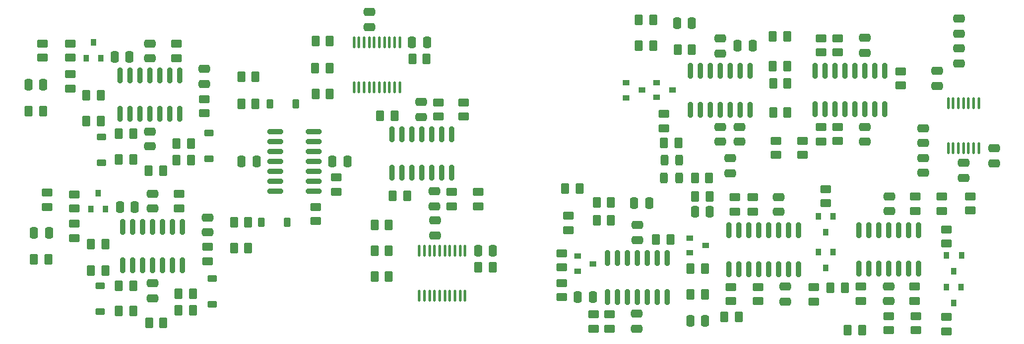
<source format=gbr>
%TF.GenerationSoftware,KiCad,Pcbnew,8.0.3*%
%TF.CreationDate,2024-07-17T18:03:28-06:00*%
%TF.ProjectId,VoiceBoardR4,566f6963-6542-46f6-9172-6452342e6b69,rev?*%
%TF.SameCoordinates,Original*%
%TF.FileFunction,Paste,Top*%
%TF.FilePolarity,Positive*%
%FSLAX46Y46*%
G04 Gerber Fmt 4.6, Leading zero omitted, Abs format (unit mm)*
G04 Created by KiCad (PCBNEW 8.0.3) date 2024-07-17 18:03:28*
%MOMM*%
%LPD*%
G01*
G04 APERTURE LIST*
G04 Aperture macros list*
%AMRoundRect*
0 Rectangle with rounded corners*
0 $1 Rounding radius*
0 $2 $3 $4 $5 $6 $7 $8 $9 X,Y pos of 4 corners*
0 Add a 4 corners polygon primitive as box body*
4,1,4,$2,$3,$4,$5,$6,$7,$8,$9,$2,$3,0*
0 Add four circle primitives for the rounded corners*
1,1,$1+$1,$2,$3*
1,1,$1+$1,$4,$5*
1,1,$1+$1,$6,$7*
1,1,$1+$1,$8,$9*
0 Add four rect primitives between the rounded corners*
20,1,$1+$1,$2,$3,$4,$5,0*
20,1,$1+$1,$4,$5,$6,$7,0*
20,1,$1+$1,$6,$7,$8,$9,0*
20,1,$1+$1,$8,$9,$2,$3,0*%
G04 Aperture macros list end*
%ADD10RoundRect,0.250000X0.450000X-0.262500X0.450000X0.262500X-0.450000X0.262500X-0.450000X-0.262500X0*%
%ADD11RoundRect,0.250000X-0.250000X-0.475000X0.250000X-0.475000X0.250000X0.475000X-0.250000X0.475000X0*%
%ADD12RoundRect,0.250000X0.475000X-0.250000X0.475000X0.250000X-0.475000X0.250000X-0.475000X-0.250000X0*%
%ADD13RoundRect,0.250000X-0.475000X0.250000X-0.475000X-0.250000X0.475000X-0.250000X0.475000X0.250000X0*%
%ADD14RoundRect,0.250000X-0.262500X-0.450000X0.262500X-0.450000X0.262500X0.450000X-0.262500X0.450000X0*%
%ADD15RoundRect,0.100000X0.100000X-0.637500X0.100000X0.637500X-0.100000X0.637500X-0.100000X-0.637500X0*%
%ADD16RoundRect,0.250000X0.262500X0.450000X-0.262500X0.450000X-0.262500X-0.450000X0.262500X-0.450000X0*%
%ADD17RoundRect,0.150000X0.150000X-0.825000X0.150000X0.825000X-0.150000X0.825000X-0.150000X-0.825000X0*%
%ADD18RoundRect,0.250000X-0.450000X0.262500X-0.450000X-0.262500X0.450000X-0.262500X0.450000X0.262500X0*%
%ADD19R,0.900000X0.800000*%
%ADD20RoundRect,0.225000X0.375000X-0.225000X0.375000X0.225000X-0.375000X0.225000X-0.375000X-0.225000X0*%
%ADD21RoundRect,0.150000X-0.150000X0.825000X-0.150000X-0.825000X0.150000X-0.825000X0.150000X0.825000X0*%
%ADD22R,0.800000X0.900000*%
%ADD23RoundRect,0.100000X-0.100000X0.637500X-0.100000X-0.637500X0.100000X-0.637500X0.100000X0.637500X0*%
%ADD24RoundRect,0.150000X-0.825000X-0.150000X0.825000X-0.150000X0.825000X0.150000X-0.825000X0.150000X0*%
%ADD25RoundRect,0.250000X0.250000X0.475000X-0.250000X0.475000X-0.250000X-0.475000X0.250000X-0.475000X0*%
%ADD26RoundRect,0.243750X0.243750X0.456250X-0.243750X0.456250X-0.243750X-0.456250X0.243750X-0.456250X0*%
%ADD27RoundRect,0.243750X-0.243750X-0.456250X0.243750X-0.456250X0.243750X0.456250X-0.243750X0.456250X0*%
%ADD28RoundRect,0.225000X-0.225000X-0.375000X0.225000X-0.375000X0.225000X0.375000X-0.225000X0.375000X0*%
G04 APERTURE END LIST*
D10*
%TO.C,R207*%
X8952500Y-12427500D03*
X8952500Y-10602500D03*
%TD*%
D11*
%TO.C,C406*%
X88720000Y-28255000D03*
X90620000Y-28255000D03*
%TD*%
D12*
%TO.C,C409*%
X99455000Y-28254999D03*
X99455000Y-26355001D03*
%TD*%
D10*
%TO.C,R215*%
X9537500Y-27802500D03*
X9537500Y-25977500D03*
%TD*%
D13*
%TO.C,C216*%
X53817500Y-14200001D03*
X53817500Y-16099999D03*
%TD*%
D14*
%TO.C,R217*%
X19055000Y-42425000D03*
X20880000Y-42425000D03*
%TD*%
D15*
%TO.C,U205*%
X53550000Y-38937500D03*
X54200000Y-38937500D03*
X54850000Y-38937500D03*
X55500000Y-38937500D03*
X56150000Y-38937500D03*
X56800000Y-38937500D03*
X57450000Y-38937500D03*
X58100000Y-38937500D03*
X58750000Y-38937500D03*
X59400000Y-38937500D03*
X59400000Y-33212500D03*
X58750000Y-33212500D03*
X58100000Y-33212500D03*
X57450000Y-33212500D03*
X56800000Y-33212500D03*
X56150000Y-33212500D03*
X55500000Y-33212500D03*
X54850000Y-33212500D03*
X54200000Y-33212500D03*
X53550000Y-33212500D03*
%TD*%
D16*
%TO.C,R304*%
X83412500Y-3640000D03*
X81587500Y-3640000D03*
%TD*%
D17*
%TO.C,U303*%
X104045000Y-15115000D03*
X105315000Y-15115000D03*
X106585000Y-15115000D03*
X107855000Y-15115000D03*
X109125000Y-15115000D03*
X110395000Y-15115000D03*
X111665000Y-15115000D03*
X112935000Y-15115000D03*
X112935000Y-10165000D03*
X111665000Y-10165000D03*
X110395000Y-10165000D03*
X109125000Y-10165000D03*
X107855000Y-10165000D03*
X106585000Y-10165000D03*
X105315000Y-10165000D03*
X104045000Y-10165000D03*
%TD*%
D18*
%TO.C,R241*%
X59195000Y-14237500D03*
X59195000Y-16062500D03*
%TD*%
D13*
%TO.C,C218*%
X55515000Y-29345001D03*
X55515000Y-31244999D03*
%TD*%
D12*
%TO.C,C407*%
X113530001Y-28129999D03*
X113530001Y-26230001D03*
%TD*%
D18*
%TO.C,R213*%
X5997500Y-25767500D03*
X5997500Y-27592500D03*
%TD*%
%TO.C,R408*%
X72570000Y-28762500D03*
X72570000Y-30587500D03*
%TD*%
D11*
%TO.C,C405*%
X73797500Y-39145000D03*
X75697500Y-39145000D03*
%TD*%
D16*
%TO.C,R226*%
X32652500Y-10922501D03*
X30827500Y-10922501D03*
%TD*%
D11*
%TO.C,C306*%
X94190001Y-7000000D03*
X96089999Y-7000000D03*
%TD*%
D19*
%TO.C,Q406*%
X88090000Y-31600000D03*
X88090000Y-33500000D03*
X90090000Y-32550000D03*
%TD*%
D13*
%TO.C,C309*%
X91925000Y-17380001D03*
X91925000Y-19279999D03*
%TD*%
D16*
%TO.C,R210*%
X17032500Y-18210000D03*
X15207500Y-18210000D03*
%TD*%
D13*
%TO.C,C212*%
X19490000Y-25895001D03*
X19490000Y-27794999D03*
%TD*%
D18*
%TO.C,R401*%
X77795001Y-41342500D03*
X77795001Y-43167500D03*
%TD*%
D19*
%TO.C,Q301*%
X83840000Y-11700000D03*
X83840000Y-13600000D03*
X85840000Y-12650000D03*
%TD*%
D10*
%TO.C,R406*%
X93865000Y-28212500D03*
X93865000Y-26387500D03*
%TD*%
D12*
%TO.C,C311*%
X110390000Y-7859999D03*
X110390000Y-5960001D03*
%TD*%
D13*
%TO.C,C217*%
X47165000Y-2660001D03*
X47165000Y-4559999D03*
%TD*%
D14*
%TO.C,R301*%
X86507500Y-7440000D03*
X88332500Y-7440000D03*
%TD*%
D10*
%TO.C,R209*%
X26065000Y-15642500D03*
X26065000Y-13817500D03*
%TD*%
D20*
%TO.C,D202*%
X12950000Y-21950000D03*
X12950000Y-18650000D03*
%TD*%
D16*
%TO.C,R230*%
X42092500Y-9855000D03*
X40267500Y-9855000D03*
%TD*%
D14*
%TO.C,R212*%
X4375000Y-34290000D03*
X6200000Y-34290000D03*
%TD*%
D16*
%TO.C,R238*%
X49650000Y-33200000D03*
X47825000Y-33200000D03*
%TD*%
D14*
%TO.C,R202*%
X22577500Y-19485000D03*
X24402500Y-19485000D03*
%TD*%
D12*
%TO.C,C308*%
X91935000Y-7939999D03*
X91935000Y-6040001D03*
%TD*%
D16*
%TO.C,R308*%
X100512500Y-9600000D03*
X98687500Y-9600000D03*
%TD*%
D11*
%TO.C,C211*%
X61055001Y-33225000D03*
X62954999Y-33225000D03*
%TD*%
D10*
%TO.C,R220*%
X57675000Y-27507500D03*
X57675000Y-25682500D03*
%TD*%
D11*
%TO.C,C214*%
X52615000Y-6530000D03*
X54515000Y-6530000D03*
%TD*%
D14*
%TO.C,R201*%
X18987500Y-23000000D03*
X20812500Y-23000000D03*
%TD*%
D12*
%TO.C,C213*%
X19490000Y-39264999D03*
X19490000Y-37365001D03*
%TD*%
D21*
%TO.C,U202*%
X23300000Y-30140000D03*
X22030000Y-30140000D03*
X20760000Y-30140000D03*
X19490000Y-30140000D03*
X18220000Y-30140000D03*
X16950000Y-30140000D03*
X15680000Y-30140000D03*
X15680000Y-35090000D03*
X16950000Y-35090000D03*
X18220000Y-35090000D03*
X19490000Y-35090000D03*
X20760000Y-35090000D03*
X22030000Y-35090000D03*
X23300000Y-35090000D03*
%TD*%
D10*
%TO.C,R204*%
X8952500Y-8527500D03*
X8952500Y-6702500D03*
%TD*%
D14*
%TO.C,R218*%
X22815000Y-38755000D03*
X24640000Y-38755000D03*
%TD*%
D10*
%TO.C,R411*%
X123870000Y-28072500D03*
X123870000Y-26247500D03*
%TD*%
D13*
%TO.C,C404*%
X81330000Y-41285001D03*
X81330000Y-43184999D03*
%TD*%
D11*
%TO.C,C301*%
X86440000Y-4090000D03*
X88340000Y-4090000D03*
%TD*%
D22*
%TO.C,Q403*%
X106370000Y-33420000D03*
X104470000Y-33420000D03*
X105420000Y-35420000D03*
%TD*%
D12*
%TO.C,C207*%
X19115000Y-19829999D03*
X19115000Y-17930001D03*
%TD*%
D16*
%TO.C,R424*%
X90002500Y-35500000D03*
X88177500Y-35500000D03*
%TD*%
D14*
%TO.C,R214*%
X11635000Y-32360000D03*
X13460000Y-32360000D03*
%TD*%
D17*
%TO.C,U204*%
X50025000Y-23225000D03*
X51295000Y-23225000D03*
X52565000Y-23225000D03*
X53835000Y-23225000D03*
X55105000Y-23225000D03*
X56375000Y-23225000D03*
X57645000Y-23225000D03*
X57645000Y-18275000D03*
X56375000Y-18275000D03*
X55105000Y-18275000D03*
X53835000Y-18275000D03*
X52565000Y-18275000D03*
X51295000Y-18275000D03*
X50025000Y-18275000D03*
%TD*%
D10*
%TO.C,R409*%
X116890001Y-28092500D03*
X116890001Y-26267500D03*
%TD*%
D13*
%TO.C,C310*%
X110390000Y-17340001D03*
X110390000Y-19239999D03*
%TD*%
D14*
%TO.C,R311*%
X98677500Y-5800000D03*
X100502500Y-5800000D03*
%TD*%
D13*
%TO.C,C408*%
X113450000Y-37760001D03*
X113450000Y-39659999D03*
%TD*%
D11*
%TO.C,C202*%
X3630000Y-11965000D03*
X5530000Y-11965000D03*
%TD*%
D20*
%TO.C,D204*%
X27077500Y-40102500D03*
X27077500Y-36802500D03*
%TD*%
D13*
%TO.C,C305*%
X94460000Y-17370001D03*
X94460000Y-19269999D03*
%TD*%
D14*
%TO.C,R221*%
X15175000Y-40955000D03*
X17000000Y-40955000D03*
%TD*%
D18*
%TO.C,R403*%
X71722500Y-37332500D03*
X71722500Y-39157500D03*
%TD*%
D16*
%TO.C,R235*%
X24402500Y-21585000D03*
X22577500Y-21585000D03*
%TD*%
%TO.C,R232*%
X51972500Y-26170000D03*
X50147500Y-26170000D03*
%TD*%
D18*
%TO.C,R246*%
X40275000Y-27587500D03*
X40275000Y-29412500D03*
%TD*%
D14*
%TO.C,R205*%
X3667500Y-15365000D03*
X5492500Y-15365000D03*
%TD*%
D23*
%TO.C,U302*%
X124970000Y-14357500D03*
X124320000Y-14357500D03*
X123670000Y-14357500D03*
X123020000Y-14357500D03*
X122370000Y-14357500D03*
X121720000Y-14357500D03*
X121070000Y-14357500D03*
X121070000Y-20082500D03*
X121720000Y-20082500D03*
X122370000Y-20082500D03*
X123020000Y-20082500D03*
X123670000Y-20082500D03*
X124320000Y-20082500D03*
X124970000Y-20082500D03*
%TD*%
D16*
%TO.C,R244*%
X62907500Y-35345000D03*
X61082500Y-35345000D03*
%TD*%
D20*
%TO.C,D201*%
X26700000Y-21472500D03*
X26700000Y-18172500D03*
%TD*%
D10*
%TO.C,R314*%
X104820000Y-19212500D03*
X104820000Y-17387500D03*
%TD*%
D24*
%TO.C,U206*%
X35127500Y-17932501D03*
X35127500Y-19202501D03*
X35127500Y-20472501D03*
X35127500Y-21742501D03*
X35127500Y-23012501D03*
X35127500Y-24282501D03*
X35127500Y-25552501D03*
X40077500Y-25552501D03*
X40077500Y-24282501D03*
X40077500Y-23012501D03*
X40077500Y-21742501D03*
X40077500Y-20472501D03*
X40077500Y-19202501D03*
X40077500Y-17932501D03*
%TD*%
D12*
%TO.C,C215*%
X55475000Y-27524999D03*
X55475000Y-25625001D03*
%TD*%
D13*
%TO.C,C302*%
X117860000Y-21320001D03*
X117860000Y-23219999D03*
%TD*%
D14*
%TO.C,R420*%
X108227500Y-43400000D03*
X110052500Y-43400000D03*
%TD*%
D12*
%TO.C,C403*%
X81340000Y-31844999D03*
X81340000Y-29945001D03*
%TD*%
D16*
%TO.C,R312*%
X100522500Y-11790000D03*
X98697500Y-11790000D03*
%TD*%
D18*
%TO.C,R227*%
X22897500Y-25937500D03*
X22897500Y-27762500D03*
%TD*%
D16*
%TO.C,R237*%
X49650000Y-36500000D03*
X47825000Y-36500000D03*
%TD*%
%TO.C,R422*%
X90002500Y-38825000D03*
X88177500Y-38825000D03*
%TD*%
%TO.C,R303*%
X83412500Y-6970000D03*
X81587500Y-6970000D03*
%TD*%
D17*
%TO.C,U402*%
X93100000Y-35550000D03*
X94370000Y-35550000D03*
X95640000Y-35550000D03*
X96910000Y-35550000D03*
X98180000Y-35550000D03*
X99450000Y-35550000D03*
X100720000Y-35550000D03*
X101990000Y-35550000D03*
X101990000Y-30600000D03*
X100720000Y-30600000D03*
X99450000Y-30600000D03*
X98180000Y-30600000D03*
X96910000Y-30600000D03*
X95640000Y-30600000D03*
X94370000Y-30600000D03*
X93100000Y-30600000D03*
%TD*%
D25*
%TO.C,C210*%
X44362499Y-21742501D03*
X42462501Y-21742501D03*
%TD*%
D13*
%TO.C,C303*%
X117860000Y-17540001D03*
X117860000Y-19439999D03*
%TD*%
D14*
%TO.C,R421*%
X83752500Y-31775000D03*
X85577500Y-31775000D03*
%TD*%
D10*
%TO.C,R307*%
X102470000Y-20962500D03*
X102470000Y-19137500D03*
%TD*%
D13*
%TO.C,C203*%
X26090000Y-9955001D03*
X26090000Y-11854999D03*
%TD*%
D16*
%TO.C,R211*%
X17032500Y-21550000D03*
X15207500Y-21550000D03*
%TD*%
D18*
%TO.C,R234*%
X22540000Y-6717500D03*
X22540000Y-8542500D03*
%TD*%
D16*
%TO.C,R233*%
X50387500Y-15940000D03*
X48562500Y-15940000D03*
%TD*%
D13*
%TO.C,C307*%
X93230000Y-21380001D03*
X93230000Y-23279999D03*
%TD*%
D25*
%TO.C,C209*%
X17199999Y-27655000D03*
X15300001Y-27655000D03*
%TD*%
D16*
%TO.C,R222*%
X17000000Y-37675000D03*
X15175000Y-37675000D03*
%TD*%
D10*
%TO.C,R426*%
X93360000Y-39672500D03*
X93360000Y-37847500D03*
%TD*%
D14*
%TO.C,R203*%
X11047500Y-13280000D03*
X12872500Y-13280000D03*
%TD*%
%TO.C,R423*%
X76182500Y-27000000D03*
X78007500Y-27000000D03*
%TD*%
D10*
%TO.C,R231*%
X61075000Y-27512500D03*
X61075000Y-25687500D03*
%TD*%
D22*
%TO.C,Q201*%
X11022500Y-8535000D03*
X12922500Y-8535000D03*
X11972500Y-6535000D03*
%TD*%
D10*
%TO.C,R216*%
X9527500Y-31562500D03*
X9527500Y-29737500D03*
%TD*%
D16*
%TO.C,R428*%
X94312500Y-41710000D03*
X92487500Y-41710000D03*
%TD*%
D10*
%TO.C,R402*%
X75785000Y-43167500D03*
X75785000Y-41342500D03*
%TD*%
D13*
%TO.C,C206*%
X19115000Y-6680001D03*
X19115000Y-8579999D03*
%TD*%
D22*
%TO.C,Q404*%
X122750000Y-33830000D03*
X120850000Y-33830000D03*
X121800000Y-35830000D03*
%TD*%
D16*
%TO.C,R316*%
X90562500Y-23880000D03*
X88737500Y-23880000D03*
%TD*%
D10*
%TO.C,R418*%
X116910001Y-43402500D03*
X116910001Y-41577500D03*
%TD*%
D16*
%TO.C,R305*%
X100522500Y-15540000D03*
X98697500Y-15540000D03*
%TD*%
D18*
%TO.C,R206*%
X5430000Y-6702500D03*
X5430000Y-8527500D03*
%TD*%
D10*
%TO.C,R430*%
X113440000Y-43402500D03*
X113440000Y-41577500D03*
%TD*%
D19*
%TO.C,Q302*%
X79940000Y-11725000D03*
X79940000Y-13625000D03*
X81940000Y-12675000D03*
%TD*%
D16*
%TO.C,R225*%
X32645000Y-14392501D03*
X30820000Y-14392501D03*
%TD*%
D14*
%TO.C,R405*%
X88757500Y-26255000D03*
X90582500Y-26255000D03*
%TD*%
D16*
%TO.C,R242*%
X54472500Y-8630000D03*
X52647500Y-8630000D03*
%TD*%
D21*
%TO.C,U403*%
X117280000Y-30585000D03*
X116010000Y-30585000D03*
X114740000Y-30585000D03*
X113470000Y-30585000D03*
X112200000Y-30585000D03*
X110930000Y-30585000D03*
X109660000Y-30585000D03*
X109660000Y-35535000D03*
X110930000Y-35535000D03*
X112200000Y-35535000D03*
X113470000Y-35535000D03*
X114740000Y-35535000D03*
X116010000Y-35535000D03*
X117280000Y-35535000D03*
%TD*%
%TO.C,U201*%
X22922500Y-10755000D03*
X21652500Y-10755000D03*
X20382500Y-10755000D03*
X19112500Y-10755000D03*
X17842500Y-10755000D03*
X16572500Y-10755000D03*
X15302500Y-10755000D03*
X15302500Y-15705000D03*
X16572500Y-15705000D03*
X17842500Y-15705000D03*
X19112500Y-15705000D03*
X20382500Y-15705000D03*
X21652500Y-15705000D03*
X22922500Y-15705000D03*
%TD*%
D20*
%TO.C,D203*%
X12817500Y-41025000D03*
X12817500Y-37725000D03*
%TD*%
D22*
%TO.C,Q405*%
X122700000Y-37910000D03*
X120800000Y-37910000D03*
X121750000Y-39910000D03*
%TD*%
D16*
%TO.C,R236*%
X24640000Y-40815000D03*
X22815000Y-40815000D03*
%TD*%
%TO.C,R315*%
X86622501Y-19430000D03*
X84797501Y-19430000D03*
%TD*%
%TO.C,R223*%
X31692500Y-32900000D03*
X29867500Y-32900000D03*
%TD*%
D26*
%TO.C,D302*%
X86677502Y-23870000D03*
X84802500Y-23870000D03*
%TD*%
D16*
%TO.C,R224*%
X31702500Y-29600000D03*
X29877500Y-29600000D03*
%TD*%
D10*
%TO.C,R413*%
X103915000Y-39712500D03*
X103915000Y-37887500D03*
%TD*%
%TO.C,R416*%
X120850000Y-32292500D03*
X120850000Y-30467500D03*
%TD*%
D27*
%TO.C,D301*%
X84812501Y-21640000D03*
X86687501Y-21640000D03*
%TD*%
D18*
%TO.C,R419*%
X116800000Y-37797500D03*
X116800000Y-39622500D03*
%TD*%
D10*
%TO.C,R427*%
X96760000Y-39662500D03*
X96760000Y-37837500D03*
%TD*%
D19*
%TO.C,Q401*%
X73747500Y-33920000D03*
X73747500Y-35820000D03*
X75747500Y-34870000D03*
%TD*%
D16*
%TO.C,R228*%
X42102500Y-6345000D03*
X40277500Y-6345000D03*
%TD*%
D10*
%TO.C,R417*%
X120820000Y-43502500D03*
X120820000Y-41677500D03*
%TD*%
D15*
%TO.C,U203*%
X45200000Y-12275000D03*
X45850000Y-12275000D03*
X46500000Y-12275000D03*
X47150000Y-12275000D03*
X47800000Y-12275000D03*
X48450000Y-12275000D03*
X49100000Y-12275000D03*
X49750000Y-12275000D03*
X50400000Y-12275000D03*
X51050000Y-12275000D03*
X51050000Y-6550000D03*
X50400000Y-6550000D03*
X49750000Y-6550000D03*
X49100000Y-6550000D03*
X48450000Y-6550000D03*
X47800000Y-6550000D03*
X47150000Y-6550000D03*
X46500000Y-6550000D03*
X45850000Y-6550000D03*
X45200000Y-6550000D03*
%TD*%
D13*
%TO.C,C204*%
X26497500Y-28955001D03*
X26497500Y-30854999D03*
%TD*%
D18*
%TO.C,R240*%
X55955000Y-14237500D03*
X55955000Y-16062500D03*
%TD*%
%TO.C,R309*%
X106950000Y-5997500D03*
X106950000Y-7822500D03*
%TD*%
D10*
%TO.C,R302*%
X84750000Y-17537500D03*
X84750000Y-15712500D03*
%TD*%
D13*
%TO.C,C304*%
X122430000Y-3500001D03*
X122430000Y-5399999D03*
%TD*%
D11*
%TO.C,C208*%
X4367500Y-30920000D03*
X6267500Y-30920000D03*
%TD*%
D18*
%TO.C,R407*%
X96090000Y-26387500D03*
X96090000Y-28212500D03*
%TD*%
D10*
%TO.C,R404*%
X71722500Y-35332500D03*
X71722500Y-33507500D03*
%TD*%
D21*
%TO.C,U404*%
X85150000Y-34150000D03*
X83880000Y-34150000D03*
X82610000Y-34150000D03*
X81340000Y-34150000D03*
X80070000Y-34150000D03*
X78800000Y-34150000D03*
X77530000Y-34150000D03*
X77530000Y-39100000D03*
X78800000Y-39100000D03*
X80070000Y-39100000D03*
X81340000Y-39100000D03*
X82610000Y-39100000D03*
X83880000Y-39100000D03*
X85150000Y-39100000D03*
%TD*%
D13*
%TO.C,C314*%
X123020000Y-21960001D03*
X123020000Y-23859999D03*
%TD*%
D16*
%TO.C,R239*%
X49650000Y-29900000D03*
X47825000Y-29900000D03*
%TD*%
D10*
%TO.C,R313*%
X106940000Y-19192500D03*
X106940000Y-17367500D03*
%TD*%
D12*
%TO.C,C313*%
X119690000Y-12099999D03*
X119690000Y-10200001D03*
%TD*%
D13*
%TO.C,C315*%
X126940000Y-20100001D03*
X126940000Y-21999999D03*
%TD*%
D14*
%TO.C,R208*%
X11047500Y-16625000D03*
X12872500Y-16625000D03*
%TD*%
D18*
%TO.C,R310*%
X104810000Y-5997500D03*
X104810000Y-7822500D03*
%TD*%
D22*
%TO.C,Q202*%
X11577500Y-27880000D03*
X13477500Y-27880000D03*
X12527500Y-25880000D03*
%TD*%
D11*
%TO.C,C414*%
X88140000Y-42200000D03*
X90040000Y-42200000D03*
%TD*%
D28*
%TO.C,D206*%
X33350000Y-29600000D03*
X36650000Y-29600000D03*
%TD*%
D25*
%TO.C,C201*%
X16564999Y-8430000D03*
X14665001Y-8430000D03*
%TD*%
D16*
%TO.C,R414*%
X107852500Y-37930000D03*
X106027500Y-37930000D03*
%TD*%
D14*
%TO.C,R219*%
X11635000Y-35720000D03*
X13460000Y-35720000D03*
%TD*%
D28*
%TO.C,D205*%
X34472500Y-14392501D03*
X37772500Y-14392501D03*
%TD*%
D18*
%TO.C,R317*%
X115010000Y-10237500D03*
X115010000Y-12062500D03*
%TD*%
D16*
%TO.C,R429*%
X73982500Y-25250000D03*
X72157500Y-25250000D03*
%TD*%
D18*
%TO.C,R415*%
X109910000Y-37797500D03*
X109910000Y-39622500D03*
%TD*%
%TO.C,R245*%
X42900000Y-23817500D03*
X42900000Y-25642500D03*
%TD*%
D16*
%TO.C,R229*%
X42112500Y-13175000D03*
X40287500Y-13175000D03*
%TD*%
D11*
%TO.C,C413*%
X80995000Y-27125000D03*
X82895000Y-27125000D03*
%TD*%
D16*
%TO.C,R425*%
X78002500Y-29275000D03*
X76177500Y-29275000D03*
%TD*%
D11*
%TO.C,C205*%
X30862500Y-21752501D03*
X32762500Y-21752501D03*
%TD*%
D10*
%TO.C,R410*%
X120270001Y-28092500D03*
X120270001Y-26267500D03*
%TD*%
%TO.C,R306*%
X99105000Y-20947500D03*
X99105000Y-19122500D03*
%TD*%
%TO.C,R412*%
X105415000Y-27137500D03*
X105415000Y-25312500D03*
%TD*%
D13*
%TO.C,C312*%
X122430000Y-7310001D03*
X122430000Y-9209999D03*
%TD*%
D21*
%TO.C,U301*%
X95735000Y-10185000D03*
X94465000Y-10185000D03*
X93195000Y-10185000D03*
X91925000Y-10185000D03*
X90655000Y-10185000D03*
X89385000Y-10185000D03*
X88115000Y-10185000D03*
X88115000Y-15135000D03*
X89385000Y-15135000D03*
X90655000Y-15135000D03*
X91925000Y-15135000D03*
X93195000Y-15135000D03*
X94465000Y-15135000D03*
X95735000Y-15135000D03*
%TD*%
D13*
%TO.C,C410*%
X100225000Y-37795001D03*
X100225000Y-39694999D03*
%TD*%
D10*
%TO.C,R243*%
X26497500Y-34567500D03*
X26497500Y-32742500D03*
%TD*%
D22*
%TO.C,Q402*%
X106360000Y-28810000D03*
X104460000Y-28810000D03*
X105410000Y-30810000D03*
%TD*%
M02*

</source>
